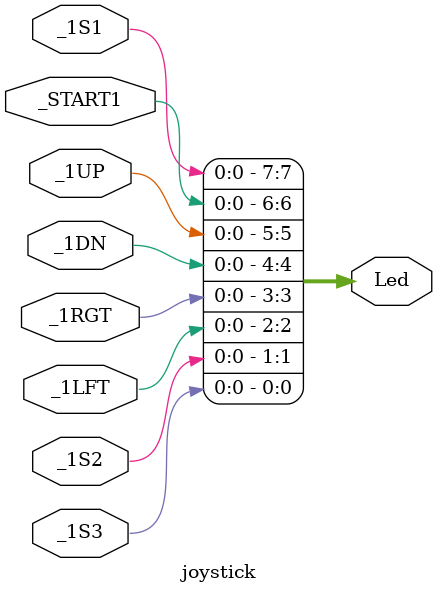
<source format=v>
`timescale 1ns / 1ps
module joystick(
    //input _2LFT, 
    //input _2S3,
    //input _2DN,
    //input _2S2,
    //input _2UP,
    //input _2S1,
    //input _START,
    //input _2RGT,
    input _1LFT,
    input _1S3,
    input _1DN,
    input _1S2,
    input _1UP,
    input _1S1,
    input _START1,
    input _1RGT,
    //input sw[7:0], 	//select switch for board-level debugging 
    output [7:0] Led
    );

    // Uncomment the line below to debug the JAMMA interface at the board
    // level. You should see the 8 LEDs on the Nexys3 board light up and turn
    // off upon activating a switch
    assign Led = {_1S1,_START1,_1UP,_1DN,_1RGT,_1LFT,_1S2,_1S3};

endmodule


</source>
